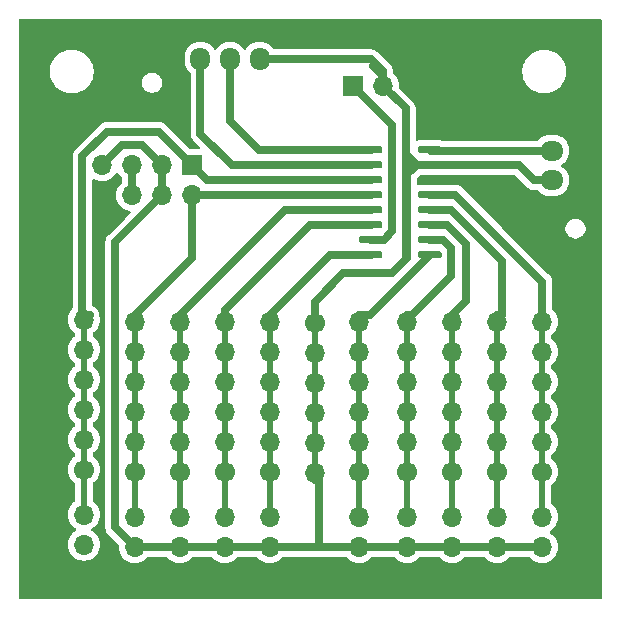
<source format=gtl>
%TF.GenerationSoftware,KiCad,Pcbnew,8.0.4-8.0.4-0~ubuntu24.04.1*%
%TF.CreationDate,2024-07-22T11:10:19+03:00*%
%TF.ProjectId,stripe_board,73747269-7065-45f6-926f-6172642e6b69,rev?*%
%TF.SameCoordinates,Original*%
%TF.FileFunction,Copper,L1,Top*%
%TF.FilePolarity,Positive*%
%FSLAX46Y46*%
G04 Gerber Fmt 4.6, Leading zero omitted, Abs format (unit mm)*
G04 Created by KiCad (PCBNEW 8.0.4-8.0.4-0~ubuntu24.04.1) date 2024-07-22 11:10:19*
%MOMM*%
%LPD*%
G01*
G04 APERTURE LIST*
%TA.AperFunction,EtchedComponent*%
%ADD10C,0.500000*%
%TD*%
%TA.AperFunction,ComponentPad*%
%ADD11R,1.700000X1.700000*%
%TD*%
%TA.AperFunction,ComponentPad*%
%ADD12O,1.700000X1.700000*%
%TD*%
%TA.AperFunction,ComponentPad*%
%ADD13C,1.700000*%
%TD*%
%TA.AperFunction,ComponentPad*%
%ADD14O,1.700000X1.950000*%
%TD*%
%TA.AperFunction,ComponentPad*%
%ADD15O,1.950000X1.700000*%
%TD*%
%TA.AperFunction,Conductor*%
%ADD16C,0.650000*%
%TD*%
%TA.AperFunction,Conductor*%
%ADD17C,0.500000*%
%TD*%
G04 APERTURE END LIST*
D10*
%TO.C,J1*%
X-2600985Y-33290330D02*
X-2600985Y-21590330D01*
%TO.C,J6*%
X32209015Y-33390330D02*
X32209015Y-21690330D01*
%TO.C,J3*%
X16759015Y-33410330D02*
X16759015Y-21710330D01*
%TO.C,J2*%
X36019015Y-33390330D02*
X36019015Y-21690330D01*
%TO.C,J8*%
X39829015Y-33390330D02*
X39829015Y-21690330D01*
%TO.C,J10*%
X9139015Y-33410330D02*
X9139015Y-21710330D01*
%TO.C,J9*%
X12949015Y-33410330D02*
X12949015Y-21710330D01*
%TO.C,J4*%
X24329015Y-33390330D02*
X24329015Y-21690330D01*
%TO.C,J5*%
X28399015Y-33390330D02*
X28399015Y-21690330D01*
%TO.C,J12*%
X1017034Y-33210440D02*
X1017034Y-21510440D01*
%TO.C,J18*%
X20619510Y-21790605D02*
X20619510Y-33490605D01*
%TO.C,J19*%
X43626733Y-33391247D02*
X43626733Y-21691247D01*
%TO.C,J11*%
X5329015Y-33410330D02*
X5329015Y-21710330D01*
%TD*%
D11*
%TO.P,J16,1,Pin_1*%
%TO.N,SWIO*%
X23819015Y-1200330D03*
D12*
%TO.P,J16,2,Pin_2*%
%TO.N,5V*%
X26359015Y-1200330D03*
%TO.P,J16,3,Pin_3*%
%TO.N,GND*%
X28899015Y-1200330D03*
%TD*%
D13*
%TO.P,J1,1,Pin_1*%
%TO.N,GND*%
X-2600985Y-33790330D03*
D12*
X-2600985Y-31250330D03*
X-2600985Y-28710330D03*
X-2600985Y-26170330D03*
X-2600985Y-23630330D03*
X-2600985Y-21090330D03*
%TD*%
D11*
%TO.P,Srv10,1,GND*%
%TO.N,GND*%
X1017034Y-42600440D03*
D12*
%TO.P,Srv10,2,5v*%
%TO.N,5V*%
X1017034Y-40060440D03*
%TO.P,Srv10,3,PWM*%
%TO.N,PWM1*%
X1017034Y-37520440D03*
%TD*%
%TO.P,J20,8,Pin_8*%
%TO.N,GND*%
X2579015Y-10465330D03*
%TO.P,J20,7,Pin_7*%
%TO.N,5V*%
X2579015Y-7925330D03*
%TO.P,J20,6,Pin_6*%
%TO.N,Net-(J20-Pin_5)*%
X5119015Y-10465330D03*
%TO.P,J20,5,Pin_5*%
X5119015Y-7925330D03*
%TO.P,J20,4,Pin_4*%
%TO.N,5V*%
X7659015Y-10465330D03*
%TO.P,J20,3,Pin_3*%
X7659015Y-7925330D03*
%TO.P,J20,2,Pin_2*%
%TO.N,PWM2*%
X10199015Y-10465330D03*
D11*
%TO.P,J20,1,Pin_1*%
%TO.N,PWM1*%
X10199015Y-7925330D03*
%TD*%
%TO.P,U1,1,PC1*%
%TO.N,SDA*%
%TA.AperFunction,SMDPad,CuDef*%
G36*
G01*
X24304015Y-6780330D02*
X24304015Y-6480330D01*
G75*
G02*
X24454015Y-6330330I150000J0D01*
G01*
X26154015Y-6330330D01*
G75*
G02*
X26304015Y-6480330I0J-150000D01*
G01*
X26304015Y-6780330D01*
G75*
G02*
X26154015Y-6930330I-150000J0D01*
G01*
X24454015Y-6930330D01*
G75*
G02*
X24304015Y-6780330I0J150000D01*
G01*
G37*
%TD.AperFunction*%
%TO.P,U1,2,PC2*%
%TO.N,SCL*%
%TA.AperFunction,SMDPad,CuDef*%
G36*
G01*
X24304015Y-8050330D02*
X24304015Y-7750330D01*
G75*
G02*
X24454015Y-7600330I150000J0D01*
G01*
X26154015Y-7600330D01*
G75*
G02*
X26304015Y-7750330I0J-150000D01*
G01*
X26304015Y-8050330D01*
G75*
G02*
X26154015Y-8200330I-150000J0D01*
G01*
X24454015Y-8200330D01*
G75*
G02*
X24304015Y-8050330I0J150000D01*
G01*
G37*
%TD.AperFunction*%
%TO.P,U1,3,PC3*%
%TO.N,PWM1*%
%TA.AperFunction,SMDPad,CuDef*%
G36*
G01*
X24304015Y-9320330D02*
X24304015Y-9020330D01*
G75*
G02*
X24454015Y-8870330I150000J0D01*
G01*
X26154015Y-8870330D01*
G75*
G02*
X26304015Y-9020330I0J-150000D01*
G01*
X26304015Y-9320330D01*
G75*
G02*
X26154015Y-9470330I-150000J0D01*
G01*
X24454015Y-9470330D01*
G75*
G02*
X24304015Y-9320330I0J150000D01*
G01*
G37*
%TD.AperFunction*%
%TO.P,U1,4,PC4*%
%TO.N,PWM2*%
%TA.AperFunction,SMDPad,CuDef*%
G36*
G01*
X24304015Y-10590330D02*
X24304015Y-10290330D01*
G75*
G02*
X24454015Y-10140330I150000J0D01*
G01*
X26154015Y-10140330D01*
G75*
G02*
X26304015Y-10290330I0J-150000D01*
G01*
X26304015Y-10590330D01*
G75*
G02*
X26154015Y-10740330I-150000J0D01*
G01*
X24454015Y-10740330D01*
G75*
G02*
X24304015Y-10590330I0J150000D01*
G01*
G37*
%TD.AperFunction*%
%TO.P,U1,5,PC6*%
%TO.N,/PC5*%
%TA.AperFunction,SMDPad,CuDef*%
G36*
G01*
X24304015Y-11860330D02*
X24304015Y-11560330D01*
G75*
G02*
X24454015Y-11410330I150000J0D01*
G01*
X26154015Y-11410330D01*
G75*
G02*
X26304015Y-11560330I0J-150000D01*
G01*
X26304015Y-11860330D01*
G75*
G02*
X26154015Y-12010330I-150000J0D01*
G01*
X24454015Y-12010330D01*
G75*
G02*
X24304015Y-11860330I0J150000D01*
G01*
G37*
%TD.AperFunction*%
%TO.P,U1,6,PC7*%
%TO.N,/PC7*%
%TA.AperFunction,SMDPad,CuDef*%
G36*
G01*
X24304015Y-13130330D02*
X24304015Y-12830330D01*
G75*
G02*
X24454015Y-12680330I150000J0D01*
G01*
X26154015Y-12680330D01*
G75*
G02*
X26304015Y-12830330I0J-150000D01*
G01*
X26304015Y-13130330D01*
G75*
G02*
X26154015Y-13280330I-150000J0D01*
G01*
X24454015Y-13280330D01*
G75*
G02*
X24304015Y-13130330I0J150000D01*
G01*
G37*
%TD.AperFunction*%
%TO.P,U1,7,PD1*%
%TO.N,SWIO*%
%TA.AperFunction,SMDPad,CuDef*%
G36*
G01*
X24304015Y-14400330D02*
X24304015Y-14100330D01*
G75*
G02*
X24454015Y-13950330I150000J0D01*
G01*
X26154015Y-13950330D01*
G75*
G02*
X26304015Y-14100330I0J-150000D01*
G01*
X26304015Y-14400330D01*
G75*
G02*
X26154015Y-14550330I-150000J0D01*
G01*
X24454015Y-14550330D01*
G75*
G02*
X24304015Y-14400330I0J150000D01*
G01*
G37*
%TD.AperFunction*%
%TO.P,U1,8,PD4*%
%TO.N,/PD4*%
%TA.AperFunction,SMDPad,CuDef*%
G36*
G01*
X24304015Y-15670330D02*
X24304015Y-15370330D01*
G75*
G02*
X24454015Y-15220330I150000J0D01*
G01*
X26154015Y-15220330D01*
G75*
G02*
X26304015Y-15370330I0J-150000D01*
G01*
X26304015Y-15670330D01*
G75*
G02*
X26154015Y-15820330I-150000J0D01*
G01*
X24454015Y-15820330D01*
G75*
G02*
X24304015Y-15670330I0J150000D01*
G01*
G37*
%TD.AperFunction*%
%TO.P,U1,9,PD5*%
%TO.N,/PD5*%
%TA.AperFunction,SMDPad,CuDef*%
G36*
G01*
X29304015Y-15670330D02*
X29304015Y-15370330D01*
G75*
G02*
X29454015Y-15220330I150000J0D01*
G01*
X31154015Y-15220330D01*
G75*
G02*
X31304015Y-15370330I0J-150000D01*
G01*
X31304015Y-15670330D01*
G75*
G02*
X31154015Y-15820330I-150000J0D01*
G01*
X29454015Y-15820330D01*
G75*
G02*
X29304015Y-15670330I0J150000D01*
G01*
G37*
%TD.AperFunction*%
%TO.P,U1,10,PD6*%
%TO.N,/PD6*%
%TA.AperFunction,SMDPad,CuDef*%
G36*
G01*
X29304015Y-14400330D02*
X29304015Y-14100330D01*
G75*
G02*
X29454015Y-13950330I150000J0D01*
G01*
X31154015Y-13950330D01*
G75*
G02*
X31304015Y-14100330I0J-150000D01*
G01*
X31304015Y-14400330D01*
G75*
G02*
X31154015Y-14550330I-150000J0D01*
G01*
X29454015Y-14550330D01*
G75*
G02*
X29304015Y-14400330I0J150000D01*
G01*
G37*
%TD.AperFunction*%
%TO.P,U1,11,PD7*%
%TO.N,/PD7*%
%TA.AperFunction,SMDPad,CuDef*%
G36*
G01*
X29304015Y-13130330D02*
X29304015Y-12830330D01*
G75*
G02*
X29454015Y-12680330I150000J0D01*
G01*
X31154015Y-12680330D01*
G75*
G02*
X31304015Y-12830330I0J-150000D01*
G01*
X31304015Y-13130330D01*
G75*
G02*
X31154015Y-13280330I-150000J0D01*
G01*
X29454015Y-13280330D01*
G75*
G02*
X29304015Y-13130330I0J150000D01*
G01*
G37*
%TD.AperFunction*%
%TO.P,U1,12,PA1*%
%TO.N,/PA1*%
%TA.AperFunction,SMDPad,CuDef*%
G36*
G01*
X29304015Y-11860330D02*
X29304015Y-11560330D01*
G75*
G02*
X29454015Y-11410330I150000J0D01*
G01*
X31154015Y-11410330D01*
G75*
G02*
X31304015Y-11560330I0J-150000D01*
G01*
X31304015Y-11860330D01*
G75*
G02*
X31154015Y-12010330I-150000J0D01*
G01*
X29454015Y-12010330D01*
G75*
G02*
X29304015Y-11860330I0J150000D01*
G01*
G37*
%TD.AperFunction*%
%TO.P,U1,13,PA2*%
%TO.N,/PA2*%
%TA.AperFunction,SMDPad,CuDef*%
G36*
G01*
X29304015Y-10590330D02*
X29304015Y-10290330D01*
G75*
G02*
X29454015Y-10140330I150000J0D01*
G01*
X31154015Y-10140330D01*
G75*
G02*
X31304015Y-10290330I0J-150000D01*
G01*
X31304015Y-10590330D01*
G75*
G02*
X31154015Y-10740330I-150000J0D01*
G01*
X29454015Y-10740330D01*
G75*
G02*
X29304015Y-10590330I0J150000D01*
G01*
G37*
%TD.AperFunction*%
%TO.P,U1,14,VSS*%
%TO.N,GND*%
%TA.AperFunction,SMDPad,CuDef*%
G36*
G01*
X29304015Y-9320330D02*
X29304015Y-9020330D01*
G75*
G02*
X29454015Y-8870330I150000J0D01*
G01*
X31154015Y-8870330D01*
G75*
G02*
X31304015Y-9020330I0J-150000D01*
G01*
X31304015Y-9320330D01*
G75*
G02*
X31154015Y-9470330I-150000J0D01*
G01*
X29454015Y-9470330D01*
G75*
G02*
X29304015Y-9320330I0J150000D01*
G01*
G37*
%TD.AperFunction*%
%TO.P,U1,15,VDD*%
%TO.N,5V*%
%TA.AperFunction,SMDPad,CuDef*%
G36*
G01*
X29304015Y-8050330D02*
X29304015Y-7750330D01*
G75*
G02*
X29454015Y-7600330I150000J0D01*
G01*
X31154015Y-7600330D01*
G75*
G02*
X31304015Y-7750330I0J-150000D01*
G01*
X31304015Y-8050330D01*
G75*
G02*
X31154015Y-8200330I-150000J0D01*
G01*
X29454015Y-8200330D01*
G75*
G02*
X29304015Y-8050330I0J150000D01*
G01*
G37*
%TD.AperFunction*%
%TO.P,U1,16,PC0*%
%TO.N,RC_IN*%
%TA.AperFunction,SMDPad,CuDef*%
G36*
G01*
X29304015Y-6780330D02*
X29304015Y-6480330D01*
G75*
G02*
X29454015Y-6330330I150000J0D01*
G01*
X31154015Y-6330330D01*
G75*
G02*
X31304015Y-6480330I0J-150000D01*
G01*
X31304015Y-6780330D01*
G75*
G02*
X31154015Y-6930330I-150000J0D01*
G01*
X29454015Y-6930330D01*
G75*
G02*
X29304015Y-6780330I0J150000D01*
G01*
G37*
%TD.AperFunction*%
%TD*%
D13*
%TO.P,J6,1,Pin_1*%
%TO.N,/PD7*%
X32209015Y-33890330D03*
D12*
X32209015Y-31350330D03*
X32209015Y-28810330D03*
X32209015Y-26270330D03*
X32209015Y-23730330D03*
X32209015Y-21190330D03*
%TD*%
D14*
%TO.P,J17,4,Pin_4*%
%TO.N,5V*%
X15899015Y1049670D03*
%TO.P,J17,3,Pin_3*%
%TO.N,SDA*%
X13399015Y1049670D03*
%TO.P,J17,2,Pin_2*%
%TO.N,SCL*%
X10899015Y1049670D03*
%TO.P,J17,1,Pin_1*%
%TO.N,GND*%
%TA.AperFunction,ComponentPad*%
G36*
G01*
X7549015Y324670D02*
X7549015Y1774670D01*
G75*
G02*
X7799015Y2024670I250000J0D01*
G01*
X8999015Y2024670D01*
G75*
G02*
X9249015Y1774670I0J-250000D01*
G01*
X9249015Y324670D01*
G75*
G02*
X8999015Y74670I-250000J0D01*
G01*
X7799015Y74670D01*
G75*
G02*
X7549015Y324670I0J250000D01*
G01*
G37*
%TD.AperFunction*%
%TD*%
D11*
%TO.P,Srv7,1,GND*%
%TO.N,GND*%
X36019015Y-42780330D03*
D12*
%TO.P,Srv7,2,5v*%
%TO.N,5V*%
X36019015Y-40240330D03*
%TO.P,Srv7,3,PWM*%
%TO.N,/PA1*%
X36019015Y-37700330D03*
%TD*%
D11*
%TO.P,Srv9,1,GND*%
%TO.N,GND*%
X5329015Y-42800330D03*
D12*
%TO.P,Srv9,2,5v*%
%TO.N,5V*%
X5329015Y-40260330D03*
%TO.P,Srv9,3,PWM*%
%TO.N,PWM2*%
X5329015Y-37720330D03*
%TD*%
D13*
%TO.P,J3,1,Pin_1*%
%TO.N,/PD4*%
X16759015Y-33910330D03*
D12*
X16759015Y-31370330D03*
X16759015Y-28830330D03*
X16759015Y-26290330D03*
X16759015Y-23750330D03*
X16759015Y-21210330D03*
%TD*%
D13*
%TO.P,J2,1,Pin_1*%
%TO.N,/PA1*%
X36019015Y-33890330D03*
D12*
X36019015Y-31350330D03*
X36019015Y-28810330D03*
X36019015Y-26270330D03*
X36019015Y-23730330D03*
X36019015Y-21190330D03*
%TD*%
D13*
%TO.P,J8,1,Pin_1*%
%TO.N,/PA2*%
X39829015Y-33890330D03*
D12*
X39829015Y-31350330D03*
X39829015Y-28810330D03*
X39829015Y-26270330D03*
X39829015Y-23730330D03*
X39829015Y-21190330D03*
%TD*%
D13*
%TO.P,J10,1,Pin_1*%
%TO.N,/PC5*%
X9139015Y-33910330D03*
D12*
X9139015Y-31370330D03*
X9139015Y-28830330D03*
X9139015Y-26290330D03*
X9139015Y-23750330D03*
X9139015Y-21210330D03*
%TD*%
D13*
%TO.P,J9,1,Pin_1*%
%TO.N,/PC7*%
X12949015Y-33910330D03*
D12*
X12949015Y-31370330D03*
X12949015Y-28830330D03*
X12949015Y-26290330D03*
X12949015Y-23750330D03*
X12949015Y-21210330D03*
%TD*%
D11*
%TO.P,Srv1,1,GND*%
%TO.N,GND*%
X32209015Y-42780330D03*
D12*
%TO.P,Srv1,2,5v*%
%TO.N,5V*%
X32209015Y-40240330D03*
%TO.P,Srv1,3,PWM*%
%TO.N,/PD7*%
X32209015Y-37700330D03*
%TD*%
D13*
%TO.P,J4,1,Pin_1*%
%TO.N,/PD5*%
X24329015Y-33890330D03*
D12*
X24329015Y-31350330D03*
X24329015Y-28810330D03*
X24329015Y-26270330D03*
X24329015Y-23730330D03*
X24329015Y-21190330D03*
%TD*%
D11*
%TO.P,Srv6,1,GND*%
%TO.N,GND*%
X9139015Y-42800330D03*
D12*
%TO.P,Srv6,2,5v*%
%TO.N,5V*%
X9139015Y-40260330D03*
%TO.P,Srv6,3,PWM*%
%TO.N,/PC5*%
X9139015Y-37720330D03*
%TD*%
D13*
%TO.P,J5,1,Pin_1*%
%TO.N,/PD6*%
X28399015Y-33890330D03*
D12*
X28399015Y-31350330D03*
X28399015Y-28810330D03*
X28399015Y-26270330D03*
X28399015Y-23730330D03*
X28399015Y-21190330D03*
%TD*%
D13*
%TO.P,J12,1,Pin_1*%
%TO.N,PWM1*%
X1017034Y-33710440D03*
D12*
X1017034Y-31170440D03*
X1017034Y-28630440D03*
X1017034Y-26090440D03*
X1017034Y-23550440D03*
X1017034Y-21010440D03*
%TD*%
D11*
%TO.P,Srv8,1,GND*%
%TO.N,GND*%
X39829015Y-42780330D03*
D12*
%TO.P,Srv8,2,5v*%
%TO.N,5V*%
X39829015Y-40240330D03*
%TO.P,Srv8,3,PWM*%
%TO.N,/PA2*%
X39829015Y-37700330D03*
%TD*%
D11*
%TO.P,Srv4,1,GND*%
%TO.N,GND*%
X16759015Y-42800330D03*
D12*
%TO.P,Srv4,2,5v*%
%TO.N,5V*%
X16759015Y-40260330D03*
%TO.P,Srv4,3,PWM*%
%TO.N,/PD4*%
X16759015Y-37720330D03*
%TD*%
D13*
%TO.P,J18,1,Pin_1*%
%TO.N,5V*%
X20619510Y-21290605D03*
D12*
X20619510Y-23830605D03*
X20619510Y-26370605D03*
X20619510Y-28910605D03*
X20619510Y-31450605D03*
X20619510Y-33990605D03*
%TD*%
D11*
%TO.P,Srv2,1,GND*%
%TO.N,GND*%
X28399015Y-42780330D03*
D12*
%TO.P,Srv2,2,5v*%
%TO.N,5V*%
X28399015Y-40240330D03*
%TO.P,Srv2,3,PWM*%
%TO.N,/PD6*%
X28399015Y-37700330D03*
%TD*%
D13*
%TO.P,J19,1,Pin_1*%
%TO.N,GND*%
X43626733Y-33891247D03*
D12*
X43626733Y-31351247D03*
X43626733Y-28811247D03*
X43626733Y-26271247D03*
X43626733Y-23731247D03*
X43626733Y-21191247D03*
%TD*%
D13*
%TO.P,J11,1,Pin_1*%
%TO.N,PWM2*%
X5329015Y-33910330D03*
D12*
X5329015Y-31370330D03*
X5329015Y-28830330D03*
X5329015Y-26290330D03*
X5329015Y-23750330D03*
X5329015Y-21210330D03*
%TD*%
%TO.P,J13,1,Pin_1*%
%TO.N,GND*%
%TA.AperFunction,ComponentPad*%
G36*
G01*
X41374015Y-12550330D02*
X39924015Y-12550330D01*
G75*
G02*
X39674015Y-12300330I0J250000D01*
G01*
X39674015Y-11100330D01*
G75*
G02*
X39924015Y-10850330I250000J0D01*
G01*
X41374015Y-10850330D01*
G75*
G02*
X41624015Y-11100330I0J-250000D01*
G01*
X41624015Y-12300330D01*
G75*
G02*
X41374015Y-12550330I-250000J0D01*
G01*
G37*
%TD.AperFunction*%
D15*
%TO.P,J13,2,Pin_2*%
%TO.N,5V*%
X40649015Y-9200330D03*
%TO.P,J13,3,Pin_3*%
%TO.N,RC_IN*%
X40649015Y-6700330D03*
%TD*%
D11*
%TO.P,Srv5,1,GND*%
%TO.N,GND*%
X12949015Y-42800330D03*
D12*
%TO.P,Srv5,2,5v*%
%TO.N,5V*%
X12949015Y-40260330D03*
%TO.P,Srv5,3,PWM*%
%TO.N,/PC7*%
X12949015Y-37720330D03*
%TD*%
D11*
%TO.P,Srv3,1,GND*%
%TO.N,GND*%
X24329015Y-42780330D03*
D12*
%TO.P,Srv3,2,5v*%
%TO.N,5V*%
X24329015Y-40240330D03*
%TO.P,Srv3,3,PWM*%
%TO.N,/PD5*%
X24329015Y-37700330D03*
%TD*%
D16*
%TO.N,5V*%
X28279015Y-7900330D02*
X28279015Y-15678984D01*
X28279015Y-6988344D02*
X28279015Y-7900330D01*
X28279015Y-7900330D02*
X30304015Y-7900330D01*
X28279015Y-15678984D02*
X28399015Y-15798984D01*
X29191001Y-7900330D02*
X28399015Y-8692316D01*
X22999015Y-17100330D02*
X20619510Y-19479835D01*
X28399015Y-15798984D02*
X27097669Y-17100330D01*
X27097669Y-17100330D02*
X22999015Y-17100330D01*
X20619510Y-19479835D02*
X20619510Y-20715605D01*
X26359015Y-1200330D02*
X26359015Y1751D01*
X26359015Y1751D02*
X25311096Y1049670D01*
X25311096Y1049670D02*
X15899015Y1049670D01*
%TO.N,SCL*%
X13524015Y-7900330D02*
X10899015Y-5275330D01*
X10899015Y-5275330D02*
X10899015Y1049670D01*
%TO.N,SDA*%
X15829015Y-6630330D02*
X13399015Y-4200330D01*
X13399015Y-4200330D02*
X13399015Y1049670D01*
%TO.N,5V*%
X40649015Y-9200330D02*
X39149015Y-9200330D01*
X39149015Y-9200330D02*
X37849015Y-7900330D01*
X37849015Y-7900330D02*
X30304015Y-7900330D01*
%TO.N,RC_IN*%
X40649015Y-6700330D02*
X30374015Y-6700330D01*
X30374015Y-6700330D02*
X30304015Y-6630330D01*
%TO.N,SWIO*%
X27129015Y-13538344D02*
X27129015Y-4510330D01*
X27129015Y-4510330D02*
X23819015Y-1200330D01*
%TO.N,5V*%
X26359015Y-1200330D02*
X26359015Y-390330D01*
X26359015Y-390330D02*
X25494015Y474670D01*
X28279015Y-6988344D02*
X28279015Y-3120330D01*
X28279015Y-3120330D02*
X26359015Y-1200330D01*
X31467029Y-7950330D02*
X31417029Y-7900330D01*
X20899015Y-40240330D02*
X20399015Y-40240330D01*
X20899015Y-34565605D02*
X20619510Y-34565605D01*
X24329015Y-40240330D02*
X20899015Y-40240330D01*
X20899015Y-40240330D02*
X20899015Y-34565605D01*
%TO.N,Net-(J20-Pin_5)*%
X5119015Y-7925330D02*
X5119015Y-10465330D01*
%TO.N,5V*%
X36019015Y-40240330D02*
X39829015Y-40240330D01*
X32209015Y-40240330D02*
X36019015Y-40240330D01*
X28399015Y-40240330D02*
X32209015Y-40240330D01*
X24329015Y-40240330D02*
X28399015Y-40240330D01*
%TO.N,/PC5*%
X25304015Y-11710330D02*
X18064015Y-11710330D01*
X18064015Y-11710330D02*
X9139015Y-20635330D01*
%TO.N,/PC7*%
X25304015Y-12980330D02*
X20158735Y-12980330D01*
X20158735Y-12980330D02*
X12949015Y-20190050D01*
X12949015Y-20190050D02*
X12949015Y-20635330D01*
%TO.N,5V*%
X7659015Y-10465330D02*
X3654015Y-14470330D01*
X3654015Y-14470330D02*
X3654015Y-38585330D01*
X3654015Y-38585330D02*
X5329015Y-40260330D01*
%TO.N,PWM1*%
X904015Y-17200330D02*
X904015Y-20020330D01*
X904015Y-7195330D02*
X904015Y-17200330D01*
X904015Y-17200330D02*
X904015Y-20465610D01*
X904015Y-20465610D02*
X1073735Y-20635330D01*
X1073735Y-20635330D02*
X1519015Y-20635330D01*
X10199015Y-7925330D02*
X7374015Y-5100330D01*
X7374015Y-5100330D02*
X2999015Y-5100330D01*
X2999015Y-5100330D02*
X904015Y-7195330D01*
%TO.N,5V*%
X7659015Y-7925330D02*
X5984015Y-6250330D01*
X4254015Y-6250330D02*
X2579015Y-7925330D01*
X5984015Y-6250330D02*
X4254015Y-6250330D01*
X7659015Y-10465330D02*
X7659015Y-7925330D01*
X6399015Y-40260330D02*
X5329015Y-40260330D01*
X9139015Y-40260330D02*
X6399015Y-40260330D01*
X12949015Y-40260330D02*
X9139015Y-40260330D01*
X16759015Y-40260330D02*
X12949015Y-40260330D01*
%TO.N,SDA*%
X15829015Y-6630330D02*
X25304015Y-6630330D01*
%TO.N,SCL*%
X25304015Y-7900330D02*
X13524015Y-7900330D01*
%TO.N,PWM2*%
X10199015Y-10465330D02*
X10199015Y-15765330D01*
X10199015Y-15765330D02*
X5329015Y-20635330D01*
X25304015Y-10440330D02*
X10224015Y-10440330D01*
X10224015Y-10440330D02*
X10199015Y-10465330D01*
%TO.N,PWM1*%
X25304015Y-9170330D02*
X11444015Y-9170330D01*
X11444015Y-9170330D02*
X10199015Y-7925330D01*
%TO.N,5V*%
X30304015Y-7900330D02*
X31417029Y-7900330D01*
X29191001Y-7900330D02*
X28279015Y-6988344D01*
%TO.N,SWIO*%
X25304015Y-14250330D02*
X26417029Y-14250330D01*
X26417029Y-14250330D02*
X27129015Y-13538344D01*
%TO.N,/PD4*%
X25304015Y-15520330D02*
X21874015Y-15520330D01*
X21874015Y-15520330D02*
X16759015Y-20635330D01*
%TO.N,5V*%
X30304015Y-7900330D02*
X29191001Y-7900330D01*
X20399015Y-40240330D02*
X16779015Y-40240330D01*
X16779015Y-40240330D02*
X16759015Y-40260330D01*
%TO.N,/PA2*%
X30304015Y-10440330D02*
X32486067Y-10440330D01*
X32486067Y-10440330D02*
X39829015Y-17783278D01*
X39829015Y-17783278D02*
X39829015Y-20615330D01*
%TO.N,/PA1*%
X30304015Y-11710330D02*
X32129721Y-11710330D01*
X32129721Y-11710330D02*
X36464295Y-16044904D01*
X36464295Y-16044904D02*
X36464295Y-20615330D01*
X36464295Y-20615330D02*
X36019015Y-20615330D01*
%TO.N,/PD7*%
X30304015Y-12980330D02*
X31773375Y-12980330D01*
X33399015Y-14605970D02*
X33399015Y-19425330D01*
X31773375Y-12980330D02*
X33399015Y-14605970D01*
X33399015Y-19425330D02*
X32209015Y-20615330D01*
%TO.N,/PD6*%
X30304015Y-14250330D02*
X31417029Y-14250330D01*
X31417029Y-14250330D02*
X32129015Y-14962316D01*
X32129015Y-14962316D02*
X32129015Y-17330610D01*
X32129015Y-17330610D02*
X28844295Y-20615330D01*
X28844295Y-20615330D02*
X28399015Y-20615330D01*
%TO.N,/PD5*%
X30304015Y-15520330D02*
X25209015Y-20615330D01*
X25209015Y-20615330D02*
X24329015Y-20615330D01*
D17*
%TO.N,PWM2*%
X5329015Y-37720330D02*
X5329015Y-34110330D01*
%TO.N,/PC7*%
X12949015Y-37720330D02*
X12949015Y-34110330D01*
%TO.N,/PC5*%
X9139015Y-37720330D02*
X9139015Y-34110330D01*
%TO.N,PWM1*%
X1017034Y-37520440D02*
X1017034Y-33910440D01*
%TO.N,/PD7*%
X32209015Y-37700330D02*
X32209015Y-34090330D01*
%TO.N,/PD6*%
X28399015Y-37700330D02*
X28399015Y-34090330D01*
%TO.N,/PA1*%
X36019015Y-37700330D02*
X36019015Y-34090330D01*
%TO.N,/PD5*%
X24329015Y-37700330D02*
X24329015Y-34090330D01*
%TO.N,/PA2*%
X39829015Y-37700330D02*
X39829015Y-34090330D01*
%TO.N,/PD4*%
X16759015Y-37720330D02*
X16759015Y-34110330D01*
D16*
%TO.N,5V*%
X28399015Y-8692316D02*
X28399015Y-15798984D01*
%TD*%
%TA.AperFunction,Conductor*%
%TO.N,GND*%
G36*
X44841554Y4449985D02*
G01*
X44887309Y4397181D01*
X44898515Y4345670D01*
X44898515Y-44575830D01*
X44878830Y-44642869D01*
X44826026Y-44688624D01*
X44774515Y-44699830D01*
X-4375500Y-44699830D01*
X-4442539Y-44680145D01*
X-4488294Y-44627341D01*
X-4499500Y-44575830D01*
X-4499500Y-21010440D01*
X-338625Y-21010440D01*
X-318029Y-21245848D01*
X-256869Y-21474103D01*
X-157001Y-21688270D01*
X-21461Y-21881841D01*
X62085Y-21965387D01*
X145629Y-22048932D01*
X145632Y-22048934D01*
X145633Y-22048935D01*
X213657Y-22096565D01*
X257282Y-22151141D01*
X266534Y-22198140D01*
X266534Y-22362738D01*
X246849Y-22429777D01*
X213659Y-22464312D01*
X145629Y-22511947D01*
X-21460Y-22679037D01*
X-147419Y-22858927D01*
X-157001Y-22872611D01*
X-256869Y-23086777D01*
X-318029Y-23315032D01*
X-338625Y-23550440D01*
X-318029Y-23785848D01*
X-256869Y-24014103D01*
X-157001Y-24228270D01*
X-21461Y-24421841D01*
X62085Y-24505387D01*
X145629Y-24588932D01*
X145632Y-24588934D01*
X145633Y-24588935D01*
X213657Y-24636565D01*
X257282Y-24691141D01*
X266534Y-24738140D01*
X266534Y-24902738D01*
X246849Y-24969777D01*
X213659Y-25004312D01*
X145629Y-25051947D01*
X-21460Y-25219037D01*
X-147419Y-25398927D01*
X-157001Y-25412611D01*
X-256869Y-25626777D01*
X-318029Y-25855032D01*
X-338625Y-26090440D01*
X-318029Y-26325848D01*
X-256869Y-26554103D01*
X-157001Y-26768270D01*
X-21461Y-26961841D01*
X62085Y-27045387D01*
X145629Y-27128932D01*
X145632Y-27128934D01*
X145633Y-27128935D01*
X213657Y-27176565D01*
X257282Y-27231141D01*
X266534Y-27278140D01*
X266534Y-27442738D01*
X246849Y-27509777D01*
X213659Y-27544312D01*
X145629Y-27591947D01*
X-21460Y-27759037D01*
X-147419Y-27938927D01*
X-157001Y-27952611D01*
X-256869Y-28166777D01*
X-318029Y-28395032D01*
X-338625Y-28630440D01*
X-318029Y-28865848D01*
X-256869Y-29094103D01*
X-157001Y-29308270D01*
X-21461Y-29501841D01*
X62085Y-29585387D01*
X145629Y-29668932D01*
X145632Y-29668934D01*
X145633Y-29668935D01*
X213657Y-29716565D01*
X257282Y-29771141D01*
X266534Y-29818140D01*
X266534Y-29982738D01*
X246849Y-30049777D01*
X213659Y-30084312D01*
X145629Y-30131947D01*
X-21460Y-30299037D01*
X-147419Y-30478927D01*
X-157001Y-30492611D01*
X-256869Y-30706777D01*
X-318029Y-30935032D01*
X-338625Y-31170440D01*
X-318029Y-31405848D01*
X-256869Y-31634103D01*
X-157001Y-31848270D01*
X-21461Y-32041841D01*
X62085Y-32125387D01*
X145629Y-32208932D01*
X145632Y-32208934D01*
X145633Y-32208935D01*
X213657Y-32256565D01*
X257282Y-32311141D01*
X266534Y-32358140D01*
X266534Y-32522738D01*
X246849Y-32589777D01*
X213659Y-32624312D01*
X145629Y-32671947D01*
X-21460Y-32839037D01*
X-147419Y-33018927D01*
X-157001Y-33032611D01*
X-256869Y-33246777D01*
X-318029Y-33475032D01*
X-338625Y-33710440D01*
X-318029Y-33945848D01*
X-256869Y-34174103D01*
X-157001Y-34388270D01*
X-21461Y-34581841D01*
X62085Y-34665387D01*
X145629Y-34748932D01*
X145632Y-34748934D01*
X145633Y-34748935D01*
X213657Y-34796565D01*
X257282Y-34851141D01*
X266534Y-34898140D01*
X266534Y-36332738D01*
X246849Y-36399777D01*
X213659Y-36434312D01*
X145629Y-36481947D01*
X-21460Y-36649037D01*
X-147419Y-36828927D01*
X-157001Y-36842611D01*
X-256869Y-37056777D01*
X-318029Y-37285032D01*
X-338625Y-37520440D01*
X-318029Y-37755848D01*
X-256869Y-37984103D01*
X-157001Y-38198270D01*
X-21461Y-38391841D01*
X90723Y-38504025D01*
X145631Y-38558933D01*
X145637Y-38558938D01*
X331192Y-38688865D01*
X374817Y-38743442D01*
X382011Y-38812940D01*
X350488Y-38875295D01*
X331192Y-38892015D01*
X145631Y-39021945D01*
X-21460Y-39189037D01*
X-150101Y-39372757D01*
X-157001Y-39382611D01*
X-256869Y-39596777D01*
X-318029Y-39825032D01*
X-338625Y-40060440D01*
X-318029Y-40295848D01*
X-256869Y-40524103D01*
X-157001Y-40738270D01*
X-21461Y-40931841D01*
X145633Y-41098935D01*
X242418Y-41166705D01*
X339199Y-41234472D01*
X339201Y-41234473D01*
X339204Y-41234475D01*
X553371Y-41334343D01*
X781626Y-41395503D01*
X969952Y-41411979D01*
X1017033Y-41416099D01*
X1017034Y-41416099D01*
X1017035Y-41416099D01*
X1056268Y-41412666D01*
X1252442Y-41395503D01*
X1480697Y-41334343D01*
X1694864Y-41234475D01*
X1888435Y-41098935D01*
X2055529Y-40931841D01*
X2191069Y-40738270D01*
X2290937Y-40524103D01*
X2352097Y-40295848D01*
X2372693Y-40060440D01*
X2352097Y-39825032D01*
X2290937Y-39596777D01*
X2191069Y-39382611D01*
X2184170Y-39372757D01*
X2055528Y-39189037D01*
X1888436Y-39021946D01*
X1888430Y-39021941D01*
X1702876Y-38892015D01*
X1659251Y-38837438D01*
X1652057Y-38767940D01*
X1683580Y-38705585D01*
X1702876Y-38688865D01*
X1841596Y-38591732D01*
X1888435Y-38558935D01*
X2055529Y-38391841D01*
X2191069Y-38198270D01*
X2290937Y-37984103D01*
X2352097Y-37755848D01*
X2372693Y-37520440D01*
X2352097Y-37285032D01*
X2290937Y-37056777D01*
X2191069Y-36842611D01*
X2181488Y-36828927D01*
X2055528Y-36649037D01*
X1888438Y-36481947D01*
X1820409Y-36434312D01*
X1776785Y-36379734D01*
X1767534Y-36332738D01*
X1767534Y-34898140D01*
X1787219Y-34831101D01*
X1820409Y-34796566D01*
X1888435Y-34748935D01*
X2055529Y-34581841D01*
X2191069Y-34388270D01*
X2290937Y-34174103D01*
X2352097Y-33945848D01*
X2372693Y-33710440D01*
X2352097Y-33475032D01*
X2290937Y-33246777D01*
X2191069Y-33032611D01*
X2181488Y-33018927D01*
X2055528Y-32839037D01*
X1888438Y-32671947D01*
X1820409Y-32624312D01*
X1776785Y-32569734D01*
X1767534Y-32522738D01*
X1767534Y-32358140D01*
X1787219Y-32291101D01*
X1820409Y-32256566D01*
X1888435Y-32208935D01*
X2055529Y-32041841D01*
X2191069Y-31848270D01*
X2290937Y-31634103D01*
X2352097Y-31405848D01*
X2372693Y-31170440D01*
X2352097Y-30935032D01*
X2290937Y-30706777D01*
X2191069Y-30492611D01*
X2181488Y-30478927D01*
X2055528Y-30299037D01*
X1888438Y-30131947D01*
X1820409Y-30084312D01*
X1776785Y-30029734D01*
X1767534Y-29982738D01*
X1767534Y-29818140D01*
X1787219Y-29751101D01*
X1820409Y-29716566D01*
X1888435Y-29668935D01*
X2055529Y-29501841D01*
X2191069Y-29308270D01*
X2290937Y-29094103D01*
X2352097Y-28865848D01*
X2372693Y-28630440D01*
X2352097Y-28395032D01*
X2290937Y-28166777D01*
X2191069Y-27952611D01*
X2181488Y-27938927D01*
X2055528Y-27759037D01*
X1888438Y-27591947D01*
X1820409Y-27544312D01*
X1776785Y-27489734D01*
X1767534Y-27442738D01*
X1767534Y-27278140D01*
X1787219Y-27211101D01*
X1820409Y-27176566D01*
X1888435Y-27128935D01*
X2055529Y-26961841D01*
X2191069Y-26768270D01*
X2290937Y-26554103D01*
X2352097Y-26325848D01*
X2372693Y-26090440D01*
X2352097Y-25855032D01*
X2290937Y-25626777D01*
X2191069Y-25412611D01*
X2181488Y-25398927D01*
X2055528Y-25219037D01*
X1888438Y-25051947D01*
X1820409Y-25004312D01*
X1776785Y-24949734D01*
X1767534Y-24902738D01*
X1767534Y-24738140D01*
X1787219Y-24671101D01*
X1820409Y-24636566D01*
X1888435Y-24588935D01*
X2055529Y-24421841D01*
X2191069Y-24228270D01*
X2290937Y-24014103D01*
X2352097Y-23785848D01*
X2372693Y-23550440D01*
X2352097Y-23315032D01*
X2290937Y-23086777D01*
X2191069Y-22872611D01*
X2181488Y-22858927D01*
X2055528Y-22679037D01*
X1888438Y-22511947D01*
X1820409Y-22464312D01*
X1776785Y-22409734D01*
X1767534Y-22362738D01*
X1767534Y-22198140D01*
X1787219Y-22131101D01*
X1820409Y-22096566D01*
X1888435Y-22048935D01*
X2055529Y-21881841D01*
X2191069Y-21688270D01*
X2290937Y-21474103D01*
X2352097Y-21245848D01*
X2372693Y-21010440D01*
X2352097Y-20775032D01*
X2348187Y-20760440D01*
X2345097Y-20722728D01*
X2344515Y-20722728D01*
X2344515Y-20554022D01*
X2312792Y-20394546D01*
X2312791Y-20394545D01*
X2312791Y-20394541D01*
X2312789Y-20394536D01*
X2250564Y-20244310D01*
X2250562Y-20244306D01*
X2160226Y-20109109D01*
X2160220Y-20109101D01*
X2045243Y-19994124D01*
X2045235Y-19994118D01*
X1910037Y-19903782D01*
X1806062Y-19860714D01*
X1751659Y-19816873D01*
X1729594Y-19750578D01*
X1729515Y-19746153D01*
X1729515Y-9213955D01*
X1749200Y-9146916D01*
X1802004Y-9101161D01*
X1871162Y-9091217D01*
X1905920Y-9101573D01*
X2115352Y-9199233D01*
X2343607Y-9260393D01*
X2520049Y-9275830D01*
X2579014Y-9280989D01*
X2579015Y-9280989D01*
X2579016Y-9280989D01*
X2637981Y-9275830D01*
X2814423Y-9260393D01*
X3042678Y-9199233D01*
X3256845Y-9099365D01*
X3450416Y-8963825D01*
X3617510Y-8796731D01*
X3747440Y-8611172D01*
X3802017Y-8567547D01*
X3871515Y-8560353D01*
X3933870Y-8591876D01*
X3950590Y-8611172D01*
X4080516Y-8796726D01*
X4080521Y-8796732D01*
X4247607Y-8963819D01*
X4249209Y-8965163D01*
X4249722Y-8965934D01*
X4251442Y-8967654D01*
X4251096Y-8967999D01*
X4287918Y-9023330D01*
X4293515Y-9060162D01*
X4293515Y-9330497D01*
X4273830Y-9397536D01*
X4251422Y-9422987D01*
X4251442Y-9423007D01*
X4251142Y-9423306D01*
X4249229Y-9425480D01*
X4247611Y-9426837D01*
X4080520Y-9593927D01*
X3944980Y-9787499D01*
X3944979Y-9787501D01*
X3845113Y-10001665D01*
X3845109Y-10001674D01*
X3783953Y-10229916D01*
X3783951Y-10229926D01*
X3763356Y-10465329D01*
X3763356Y-10465330D01*
X3783951Y-10700733D01*
X3783953Y-10700743D01*
X3845109Y-10928985D01*
X3845111Y-10928989D01*
X3845112Y-10928993D01*
X3849015Y-10937362D01*
X3944980Y-11143160D01*
X3944982Y-11143164D01*
X4037353Y-11275082D01*
X4080520Y-11336731D01*
X4247614Y-11503825D01*
X4289456Y-11533123D01*
X4441180Y-11639362D01*
X4441182Y-11639363D01*
X4441185Y-11639365D01*
X4655352Y-11739233D01*
X4655358Y-11739234D01*
X4655359Y-11739235D01*
X4888836Y-11801794D01*
X4888359Y-11803572D01*
X4943627Y-11830962D01*
X4979519Y-11890908D01*
X4977304Y-11960743D01*
X4947175Y-12009735D01*
X4474399Y-12482512D01*
X3127790Y-13829122D01*
X3078593Y-13878319D01*
X3012805Y-13944106D01*
X3012803Y-13944109D01*
X2922467Y-14079306D01*
X2922465Y-14079310D01*
X2860240Y-14229536D01*
X2860237Y-14229546D01*
X2828515Y-14389022D01*
X2828515Y-14389025D01*
X2828515Y-38504025D01*
X2828515Y-38666635D01*
X2828515Y-38666637D01*
X2828514Y-38666637D01*
X2860237Y-38826113D01*
X2860240Y-38826123D01*
X2922465Y-38976349D01*
X2922467Y-38976353D01*
X3012803Y-39111550D01*
X3012809Y-39111558D01*
X3947612Y-40046360D01*
X3981097Y-40107683D01*
X3983459Y-40144848D01*
X3973356Y-40260327D01*
X3973356Y-40260330D01*
X3993951Y-40495733D01*
X3993953Y-40495743D01*
X4055109Y-40723985D01*
X4055111Y-40723989D01*
X4055112Y-40723993D01*
X4145654Y-40918160D01*
X4154980Y-40938160D01*
X4154982Y-40938164D01*
X4248292Y-41071423D01*
X4290520Y-41131731D01*
X4457614Y-41298825D01*
X4508336Y-41334341D01*
X4651180Y-41434362D01*
X4651182Y-41434363D01*
X4651185Y-41434365D01*
X4865352Y-41534233D01*
X5093607Y-41595393D01*
X5281933Y-41611869D01*
X5329014Y-41615989D01*
X5329015Y-41615989D01*
X5329016Y-41615989D01*
X5368249Y-41612556D01*
X5564423Y-41595393D01*
X5792678Y-41534233D01*
X6006845Y-41434365D01*
X6200416Y-41298825D01*
X6367510Y-41131731D01*
X6367514Y-41131725D01*
X6368857Y-41130126D01*
X6369630Y-41129611D01*
X6371339Y-41127903D01*
X6371682Y-41128246D01*
X6427028Y-41091423D01*
X6463848Y-41085830D01*
X8004182Y-41085830D01*
X8071221Y-41105515D01*
X8096670Y-41127923D01*
X8096691Y-41127903D01*
X8097006Y-41128218D01*
X8099173Y-41130126D01*
X8100523Y-41131735D01*
X8203261Y-41234472D01*
X8267614Y-41298825D01*
X8318336Y-41334341D01*
X8461180Y-41434362D01*
X8461182Y-41434363D01*
X8461185Y-41434365D01*
X8675352Y-41534233D01*
X8903607Y-41595393D01*
X9091933Y-41611869D01*
X9139014Y-41615989D01*
X9139015Y-41615989D01*
X9139016Y-41615989D01*
X9178249Y-41612556D01*
X9374423Y-41595393D01*
X9602678Y-41534233D01*
X9816845Y-41434365D01*
X10010416Y-41298825D01*
X10177510Y-41131731D01*
X10177514Y-41131725D01*
X10178857Y-41130126D01*
X10179630Y-41129611D01*
X10181339Y-41127903D01*
X10181682Y-41128246D01*
X10237028Y-41091423D01*
X10273848Y-41085830D01*
X11814182Y-41085830D01*
X11881221Y-41105515D01*
X11906670Y-41127923D01*
X11906691Y-41127903D01*
X11907006Y-41128218D01*
X11909173Y-41130126D01*
X11910523Y-41131735D01*
X12013261Y-41234472D01*
X12077614Y-41298825D01*
X12128336Y-41334341D01*
X12271180Y-41434362D01*
X12271182Y-41434363D01*
X12271185Y-41434365D01*
X12485352Y-41534233D01*
X12713607Y-41595393D01*
X12901933Y-41611869D01*
X12949014Y-41615989D01*
X12949015Y-41615989D01*
X12949016Y-41615989D01*
X12988249Y-41612556D01*
X13184423Y-41595393D01*
X13412678Y-41534233D01*
X13626845Y-41434365D01*
X13820416Y-41298825D01*
X13987510Y-41131731D01*
X13987514Y-41131725D01*
X13988857Y-41130126D01*
X13989630Y-41129611D01*
X13991339Y-41127903D01*
X13991682Y-41128246D01*
X14047028Y-41091423D01*
X14083848Y-41085830D01*
X15624182Y-41085830D01*
X15691221Y-41105515D01*
X15716670Y-41127923D01*
X15716691Y-41127903D01*
X15717006Y-41128218D01*
X15719173Y-41130126D01*
X15720523Y-41131735D01*
X15823261Y-41234472D01*
X15887614Y-41298825D01*
X15938336Y-41334341D01*
X16081180Y-41434362D01*
X16081182Y-41434363D01*
X16081185Y-41434365D01*
X16295352Y-41534233D01*
X16523607Y-41595393D01*
X16711933Y-41611869D01*
X16759014Y-41615989D01*
X16759015Y-41615989D01*
X16759016Y-41615989D01*
X16798249Y-41612556D01*
X16994423Y-41595393D01*
X17222678Y-41534233D01*
X17436845Y-41434365D01*
X17630416Y-41298825D01*
X17797510Y-41131731D01*
X17806630Y-41118705D01*
X17861207Y-41075081D01*
X17908205Y-41065830D01*
X20317710Y-41065830D01*
X20817710Y-41065830D01*
X20980320Y-41065830D01*
X23194182Y-41065830D01*
X23261221Y-41085515D01*
X23286670Y-41107923D01*
X23286691Y-41107903D01*
X23287006Y-41108218D01*
X23289173Y-41110126D01*
X23290523Y-41111735D01*
X23413261Y-41234472D01*
X23457614Y-41278825D01*
X23536899Y-41334341D01*
X23651180Y-41414362D01*
X23651182Y-41414363D01*
X23651185Y-41414365D01*
X23865352Y-41514233D01*
X24093607Y-41575393D01*
X24281933Y-41591869D01*
X24329014Y-41595989D01*
X24329015Y-41595989D01*
X24329016Y-41595989D01*
X24368249Y-41592556D01*
X24564423Y-41575393D01*
X24792678Y-41514233D01*
X25006845Y-41414365D01*
X25200416Y-41278825D01*
X25367510Y-41111731D01*
X25367514Y-41111725D01*
X25368857Y-41110126D01*
X25369630Y-41109611D01*
X25371339Y-41107903D01*
X25371682Y-41108246D01*
X25427028Y-41071423D01*
X25463848Y-41065830D01*
X27264182Y-41065830D01*
X27331221Y-41085515D01*
X27356670Y-41107923D01*
X27356691Y-41107903D01*
X27357006Y-41108218D01*
X27359173Y-41110126D01*
X27360523Y-41111735D01*
X27483261Y-41234472D01*
X27527614Y-41278825D01*
X27606899Y-41334341D01*
X27721180Y-41414362D01*
X27721182Y-41414363D01*
X27721185Y-41414365D01*
X27935352Y-41514233D01*
X28163607Y-41575393D01*
X28351933Y-41591869D01*
X28399014Y-41595989D01*
X28399015Y-41595989D01*
X28399016Y-41595989D01*
X28438249Y-41592556D01*
X28634423Y-41575393D01*
X28862678Y-41514233D01*
X29076845Y-41414365D01*
X29270416Y-41278825D01*
X29437510Y-41111731D01*
X29437514Y-41111725D01*
X29438857Y-41110126D01*
X29439630Y-41109611D01*
X29441339Y-41107903D01*
X29441682Y-41108246D01*
X29497028Y-41071423D01*
X29533848Y-41065830D01*
X31074182Y-41065830D01*
X31141221Y-41085515D01*
X31166670Y-41107923D01*
X31166691Y-41107903D01*
X31167006Y-41108218D01*
X31169173Y-41110126D01*
X31170523Y-41111735D01*
X31293261Y-41234472D01*
X31337614Y-41278825D01*
X31416899Y-41334341D01*
X31531180Y-41414362D01*
X31531182Y-41414363D01*
X31531185Y-41414365D01*
X31745352Y-41514233D01*
X31973607Y-41575393D01*
X32161933Y-41591869D01*
X32209014Y-41595989D01*
X32209015Y-41595989D01*
X32209016Y-41595989D01*
X32248249Y-41592556D01*
X32444423Y-41575393D01*
X32672678Y-41514233D01*
X32886845Y-41414365D01*
X33080416Y-41278825D01*
X33247510Y-41111731D01*
X33247514Y-41111725D01*
X33248857Y-41110126D01*
X33249630Y-41109611D01*
X33251339Y-41107903D01*
X33251682Y-41108246D01*
X33307028Y-41071423D01*
X33343848Y-41065830D01*
X34884182Y-41065830D01*
X34951221Y-41085515D01*
X34976670Y-41107923D01*
X34976691Y-41107903D01*
X34977006Y-41108218D01*
X34979173Y-41110126D01*
X34980523Y-41111735D01*
X35103261Y-41234472D01*
X35147614Y-41278825D01*
X35226899Y-41334341D01*
X35341180Y-41414362D01*
X35341182Y-41414363D01*
X35341185Y-41414365D01*
X35555352Y-41514233D01*
X35783607Y-41575393D01*
X35971933Y-41591869D01*
X36019014Y-41595989D01*
X36019015Y-41595989D01*
X36019016Y-41595989D01*
X36058249Y-41592556D01*
X36254423Y-41575393D01*
X36482678Y-41514233D01*
X36696845Y-41414365D01*
X36890416Y-41278825D01*
X37057510Y-41111731D01*
X37057514Y-41111725D01*
X37058857Y-41110126D01*
X37059630Y-41109611D01*
X37061339Y-41107903D01*
X37061682Y-41108246D01*
X37117028Y-41071423D01*
X37153848Y-41065830D01*
X38694182Y-41065830D01*
X38761221Y-41085515D01*
X38786670Y-41107923D01*
X38786691Y-41107903D01*
X38787006Y-41108218D01*
X38789173Y-41110126D01*
X38790523Y-41111735D01*
X38913261Y-41234472D01*
X38957614Y-41278825D01*
X39036899Y-41334341D01*
X39151180Y-41414362D01*
X39151182Y-41414363D01*
X39151185Y-41414365D01*
X39365352Y-41514233D01*
X39593607Y-41575393D01*
X39781933Y-41591869D01*
X39829014Y-41595989D01*
X39829015Y-41595989D01*
X39829016Y-41595989D01*
X39868249Y-41592556D01*
X40064423Y-41575393D01*
X40292678Y-41514233D01*
X40506845Y-41414365D01*
X40700416Y-41278825D01*
X40867510Y-41111731D01*
X41003050Y-40918160D01*
X41102918Y-40703993D01*
X41164078Y-40475738D01*
X41184674Y-40240330D01*
X41164078Y-40004922D01*
X41102918Y-39776667D01*
X41003050Y-39562501D01*
X40913655Y-39434830D01*
X40867509Y-39368927D01*
X40700417Y-39201836D01*
X40700411Y-39201831D01*
X40514857Y-39071905D01*
X40471232Y-39017328D01*
X40464038Y-38947830D01*
X40495561Y-38885475D01*
X40514857Y-38868755D01*
X40559582Y-38837438D01*
X40700416Y-38738825D01*
X40867510Y-38571731D01*
X41003050Y-38378160D01*
X41102918Y-38163993D01*
X41164078Y-37935738D01*
X41184674Y-37700330D01*
X41164078Y-37464922D01*
X41102918Y-37236667D01*
X41003050Y-37022501D01*
X40877091Y-36842611D01*
X40867509Y-36828927D01*
X40700419Y-36661837D01*
X40632390Y-36614202D01*
X40588766Y-36559624D01*
X40579515Y-36512628D01*
X40579515Y-35078030D01*
X40599200Y-35010991D01*
X40632390Y-34976456D01*
X40700416Y-34928825D01*
X40867510Y-34761731D01*
X41003050Y-34568160D01*
X41102918Y-34353993D01*
X41164078Y-34125738D01*
X41184674Y-33890330D01*
X41164078Y-33654922D01*
X41102918Y-33426667D01*
X41003050Y-33212501D01*
X40877091Y-33032611D01*
X40867509Y-33018927D01*
X40700419Y-32851837D01*
X40632390Y-32804202D01*
X40588766Y-32749624D01*
X40579515Y-32702628D01*
X40579515Y-32538030D01*
X40599200Y-32470991D01*
X40632390Y-32436456D01*
X40700416Y-32388825D01*
X40867510Y-32221731D01*
X41003050Y-32028160D01*
X41102918Y-31813993D01*
X41164078Y-31585738D01*
X41184674Y-31350330D01*
X41164078Y-31114922D01*
X41102918Y-30886667D01*
X41003050Y-30672501D01*
X40877091Y-30492611D01*
X40867509Y-30478927D01*
X40700419Y-30311837D01*
X40632390Y-30264202D01*
X40588766Y-30209624D01*
X40579515Y-30162628D01*
X40579515Y-29998030D01*
X40599200Y-29930991D01*
X40632390Y-29896456D01*
X40700416Y-29848825D01*
X40867510Y-29681731D01*
X41003050Y-29488160D01*
X41102918Y-29273993D01*
X41164078Y-29045738D01*
X41184674Y-28810330D01*
X41164078Y-28574922D01*
X41102918Y-28346667D01*
X41003050Y-28132501D01*
X40877091Y-27952611D01*
X40867509Y-27938927D01*
X40700419Y-27771837D01*
X40632390Y-27724202D01*
X40588766Y-27669624D01*
X40579515Y-27622628D01*
X40579515Y-27458030D01*
X40599200Y-27390991D01*
X40632390Y-27356456D01*
X40700416Y-27308825D01*
X40867510Y-27141731D01*
X41003050Y-26948160D01*
X41102918Y-26733993D01*
X41164078Y-26505738D01*
X41184674Y-26270330D01*
X41164078Y-26034922D01*
X41102918Y-25806667D01*
X41003050Y-25592501D01*
X40877091Y-25412611D01*
X40867509Y-25398927D01*
X40700419Y-25231837D01*
X40632390Y-25184202D01*
X40588766Y-25129624D01*
X40579515Y-25082628D01*
X40579515Y-24918030D01*
X40599200Y-24850991D01*
X40632390Y-24816456D01*
X40700416Y-24768825D01*
X40867510Y-24601731D01*
X41003050Y-24408160D01*
X41102918Y-24193993D01*
X41164078Y-23965738D01*
X41184674Y-23730330D01*
X41164078Y-23494922D01*
X41102918Y-23266667D01*
X41003050Y-23052501D01*
X40877091Y-22872611D01*
X40867509Y-22858927D01*
X40700419Y-22691837D01*
X40632390Y-22644202D01*
X40588766Y-22589624D01*
X40579515Y-22542628D01*
X40579515Y-22378030D01*
X40599200Y-22310991D01*
X40632390Y-22276456D01*
X40700416Y-22228825D01*
X40867510Y-22061731D01*
X41003050Y-21868160D01*
X41102918Y-21653993D01*
X41164078Y-21425738D01*
X41184674Y-21190330D01*
X41164078Y-20954922D01*
X41102918Y-20726667D01*
X41003050Y-20512501D01*
X40920458Y-20394546D01*
X40867509Y-20318927D01*
X40700418Y-20151837D01*
X40698801Y-20150480D01*
X40698284Y-20149703D01*
X40696588Y-20148007D01*
X40696929Y-20147665D01*
X40660104Y-20092305D01*
X40654515Y-20055497D01*
X40654515Y-17701970D01*
X40622792Y-17542494D01*
X40622791Y-17542493D01*
X40622791Y-17542489D01*
X40622789Y-17542484D01*
X40560564Y-17392258D01*
X40560562Y-17392254D01*
X40470226Y-17257057D01*
X40470224Y-17257054D01*
X40470223Y-17257053D01*
X40355240Y-17142070D01*
X36761574Y-13548404D01*
X36429728Y-13216558D01*
X41798515Y-13216558D01*
X41798515Y-13384101D01*
X41831197Y-13548404D01*
X41831199Y-13548412D01*
X41895310Y-13703190D01*
X41988388Y-13842492D01*
X42106852Y-13960956D01*
X42199509Y-14022867D01*
X42246152Y-14054033D01*
X42400933Y-14118146D01*
X42565243Y-14150829D01*
X42565247Y-14150830D01*
X42565248Y-14150830D01*
X42732783Y-14150830D01*
X42732784Y-14150829D01*
X42897097Y-14118146D01*
X43051878Y-14054033D01*
X43191177Y-13960956D01*
X43309641Y-13842492D01*
X43402718Y-13703193D01*
X43466831Y-13548412D01*
X43499515Y-13384097D01*
X43499515Y-13216563D01*
X43466831Y-13052248D01*
X43402718Y-12897467D01*
X43371552Y-12850824D01*
X43309641Y-12758167D01*
X43191177Y-12639703D01*
X43051875Y-12546625D01*
X42897097Y-12482514D01*
X42897089Y-12482512D01*
X42732786Y-12449830D01*
X42732782Y-12449830D01*
X42565248Y-12449830D01*
X42565243Y-12449830D01*
X42400940Y-12482512D01*
X42400932Y-12482514D01*
X42246154Y-12546625D01*
X42106852Y-12639703D01*
X41988388Y-12758167D01*
X41895310Y-12897469D01*
X41831199Y-13052247D01*
X41831197Y-13052255D01*
X41798515Y-13216558D01*
X36429728Y-13216558D01*
X33012295Y-9799124D01*
X33012287Y-9799118D01*
X32877090Y-9708782D01*
X32877086Y-9708780D01*
X32726860Y-9646555D01*
X32726850Y-9646552D01*
X32567374Y-9614830D01*
X32567372Y-9614830D01*
X30222710Y-9614830D01*
X30222708Y-9614830D01*
X30109009Y-9637447D01*
X30084817Y-9639830D01*
X29388303Y-9639830D01*
X29358239Y-9642196D01*
X29289863Y-9627830D01*
X29240108Y-9578776D01*
X29224515Y-9518578D01*
X29224515Y-9085611D01*
X29244200Y-9018572D01*
X29260834Y-8997930D01*
X29496616Y-8762149D01*
X29557939Y-8728664D01*
X29584297Y-8725830D01*
X30222710Y-8725830D01*
X31157453Y-8725830D01*
X31204905Y-8735268D01*
X31226240Y-8744106D01*
X31226244Y-8744106D01*
X31226245Y-8744107D01*
X31385721Y-8775830D01*
X31385724Y-8775830D01*
X31548336Y-8775830D01*
X31655627Y-8754487D01*
X31707818Y-8744106D01*
X31729152Y-8735268D01*
X31776605Y-8725830D01*
X37455720Y-8725830D01*
X37522759Y-8745515D01*
X37543401Y-8762149D01*
X38622786Y-9841535D01*
X38622794Y-9841541D01*
X38757991Y-9931877D01*
X38757995Y-9931879D01*
X38906273Y-9993297D01*
X38908226Y-9994106D01*
X38908230Y-9994106D01*
X38908231Y-9994107D01*
X39067707Y-10025830D01*
X39067710Y-10025830D01*
X39230321Y-10025830D01*
X39391284Y-10025830D01*
X39458323Y-10045515D01*
X39491599Y-10076940D01*
X39493910Y-10080120D01*
X39493912Y-10080123D01*
X39644228Y-10230439D01*
X39816194Y-10355378D01*
X39816196Y-10355379D01*
X39816199Y-10355381D01*
X40005603Y-10451887D01*
X40207772Y-10517576D01*
X40417728Y-10550830D01*
X40417729Y-10550830D01*
X40880301Y-10550830D01*
X40880302Y-10550830D01*
X41090258Y-10517576D01*
X41292427Y-10451887D01*
X41481831Y-10355381D01*
X41503804Y-10339416D01*
X41653801Y-10230439D01*
X41653803Y-10230436D01*
X41653807Y-10230434D01*
X41804119Y-10080122D01*
X41804121Y-10080118D01*
X41804124Y-10080116D01*
X41929063Y-9908150D01*
X41929062Y-9908150D01*
X41929066Y-9908146D01*
X42025572Y-9718742D01*
X42091261Y-9516573D01*
X42124515Y-9306617D01*
X42124515Y-9094043D01*
X42091261Y-8884087D01*
X42025572Y-8681918D01*
X41929066Y-8492514D01*
X41929064Y-8492511D01*
X41929063Y-8492509D01*
X41804124Y-8320543D01*
X41653807Y-8170226D01*
X41618694Y-8144715D01*
X41489219Y-8050646D01*
X41446555Y-7995319D01*
X41440576Y-7925706D01*
X41473181Y-7863910D01*
X41489214Y-7850016D01*
X41653807Y-7730434D01*
X41804119Y-7580122D01*
X41804121Y-7580118D01*
X41804124Y-7580116D01*
X41929063Y-7408150D01*
X41929062Y-7408150D01*
X41929066Y-7408146D01*
X42025572Y-7218742D01*
X42091261Y-7016573D01*
X42124515Y-6806617D01*
X42124515Y-6594043D01*
X42091261Y-6384087D01*
X42025572Y-6181918D01*
X41929066Y-5992514D01*
X41929064Y-5992511D01*
X41929063Y-5992509D01*
X41804124Y-5820543D01*
X41653801Y-5670220D01*
X41481835Y-5545281D01*
X41292429Y-5448774D01*
X41292428Y-5448773D01*
X41292427Y-5448773D01*
X41090258Y-5383084D01*
X41090256Y-5383083D01*
X41090255Y-5383083D01*
X40923267Y-5356635D01*
X40880302Y-5349830D01*
X40417728Y-5349830D01*
X40374763Y-5356635D01*
X40207775Y-5383083D01*
X40005600Y-5448774D01*
X39816194Y-5545281D01*
X39644228Y-5670220D01*
X39493912Y-5820536D01*
X39493910Y-5820539D01*
X39491599Y-5823720D01*
X39436267Y-5866383D01*
X39391284Y-5874830D01*
X31419132Y-5874830D01*
X31384537Y-5869906D01*
X31256588Y-5832732D01*
X31256582Y-5832731D01*
X31219716Y-5829830D01*
X31219709Y-5829830D01*
X30523213Y-5829830D01*
X30499021Y-5827447D01*
X30385322Y-5804830D01*
X30385320Y-5804830D01*
X30222710Y-5804830D01*
X30222708Y-5804830D01*
X30109009Y-5827447D01*
X30084817Y-5829830D01*
X29388313Y-5829830D01*
X29351447Y-5832731D01*
X29263109Y-5858396D01*
X29193240Y-5858196D01*
X29134570Y-5820253D01*
X29105727Y-5756615D01*
X29104515Y-5739319D01*
X29104515Y-3039022D01*
X29072792Y-2879546D01*
X29072791Y-2879545D01*
X29072791Y-2879541D01*
X29072789Y-2879536D01*
X29010564Y-2729310D01*
X29010562Y-2729306D01*
X28920226Y-2594109D01*
X28920224Y-2594106D01*
X28866963Y-2540845D01*
X28805240Y-2479122D01*
X27740416Y-1414298D01*
X27706931Y-1352975D01*
X27704569Y-1315815D01*
X27714674Y-1200330D01*
X27714505Y-1198404D01*
X27710554Y-1153248D01*
X27694078Y-964922D01*
X27632918Y-736667D01*
X27533050Y-522501D01*
X27425052Y-368262D01*
X27397509Y-328927D01*
X27230418Y-161837D01*
X27228801Y-160480D01*
X27228284Y-159703D01*
X27226588Y-158007D01*
X27226929Y-157665D01*
X27190104Y-102305D01*
X27184515Y-65497D01*
X27184515Y83058D01*
X27176910Y121288D01*
X38149500Y121288D01*
X38149500Y-121288D01*
X38176835Y-328927D01*
X38181162Y-361789D01*
X38189411Y-392576D01*
X38243947Y-596104D01*
X38336773Y-820205D01*
X38336776Y-820212D01*
X38458064Y-1030289D01*
X38458066Y-1030292D01*
X38458067Y-1030293D01*
X38605733Y-1222736D01*
X38605739Y-1222743D01*
X38777256Y-1394260D01*
X38777263Y-1394266D01*
X38890321Y-1481018D01*
X38969711Y-1541936D01*
X39179788Y-1663224D01*
X39403900Y-1756054D01*
X39638211Y-1818838D01*
X39818586Y-1842584D01*
X39878711Y-1850500D01*
X39878712Y-1850500D01*
X40121289Y-1850500D01*
X40169388Y-1844167D01*
X40361789Y-1818838D01*
X40596100Y-1756054D01*
X40820212Y-1663224D01*
X41030289Y-1541936D01*
X41222738Y-1394265D01*
X41394265Y-1222738D01*
X41541936Y-1030289D01*
X41663224Y-820212D01*
X41756054Y-596100D01*
X41818838Y-361789D01*
X41850500Y-121288D01*
X41850500Y121288D01*
X41818838Y361789D01*
X41756054Y596100D01*
X41663224Y820212D01*
X41541936Y1030289D01*
X41394265Y1222738D01*
X41222738Y1394265D01*
X41030289Y1541936D01*
X40820212Y1663224D01*
X40596100Y1756054D01*
X40361789Y1818838D01*
X40169388Y1844167D01*
X40121289Y1850500D01*
X40121288Y1850500D01*
X39878712Y1850500D01*
X39878711Y1850500D01*
X39825115Y1843444D01*
X39638211Y1818838D01*
X39403900Y1756054D01*
X39179788Y1663224D01*
X38969711Y1541936D01*
X38969706Y1541932D01*
X38777263Y1394266D01*
X38777256Y1394260D01*
X38605739Y1222743D01*
X38605735Y1222738D01*
X38458064Y1030289D01*
X38358974Y858661D01*
X38336777Y820214D01*
X38336773Y820205D01*
X38243947Y596104D01*
X38181161Y361785D01*
X38149500Y121288D01*
X27176910Y121288D01*
X27160361Y204485D01*
X27152791Y242540D01*
X27090563Y392772D01*
X27080081Y408458D01*
X27080080Y408462D01*
X27000224Y527975D01*
X27000223Y527977D01*
X25837321Y1690878D01*
X25739778Y1756054D01*
X25702119Y1781217D01*
X25702115Y1781219D01*
X25557232Y1841231D01*
X25551885Y1843446D01*
X25499694Y1853827D01*
X25392403Y1875170D01*
X25392401Y1875170D01*
X17122562Y1875170D01*
X17055523Y1894855D01*
X17022245Y1926284D01*
X16929119Y2054462D01*
X16778807Y2204774D01*
X16778803Y2204776D01*
X16778801Y2204779D01*
X16606835Y2329718D01*
X16606831Y2329721D01*
X16417427Y2426227D01*
X16215258Y2491916D01*
X16005302Y2525170D01*
X15792728Y2525170D01*
X15582772Y2491916D01*
X15380603Y2426227D01*
X15191199Y2329721D01*
X15191196Y2329719D01*
X15191194Y2329718D01*
X15019228Y2204779D01*
X15019223Y2204774D01*
X14868911Y2054462D01*
X14749331Y1889874D01*
X14694004Y1847210D01*
X14624391Y1841231D01*
X14562595Y1873836D01*
X14548701Y1889869D01*
X14429119Y2054462D01*
X14278807Y2204774D01*
X14278803Y2204776D01*
X14278801Y2204779D01*
X14106835Y2329718D01*
X14106831Y2329721D01*
X13917427Y2426227D01*
X13715258Y2491916D01*
X13505302Y2525170D01*
X13292728Y2525170D01*
X13082772Y2491916D01*
X12880603Y2426227D01*
X12691199Y2329721D01*
X12691196Y2329719D01*
X12691194Y2329718D01*
X12519228Y2204779D01*
X12519223Y2204774D01*
X12368911Y2054462D01*
X12249331Y1889874D01*
X12194004Y1847210D01*
X12124391Y1841231D01*
X12062595Y1873836D01*
X12048701Y1889869D01*
X11929119Y2054462D01*
X11778807Y2204774D01*
X11778803Y2204776D01*
X11778801Y2204779D01*
X11606835Y2329718D01*
X11606831Y2329721D01*
X11417427Y2426227D01*
X11215258Y2491916D01*
X11005302Y2525170D01*
X10792728Y2525170D01*
X10582772Y2491916D01*
X10380603Y2426227D01*
X10191199Y2329721D01*
X10191196Y2329719D01*
X10191194Y2329718D01*
X10019228Y2204779D01*
X9868905Y2054456D01*
X9743966Y1882490D01*
X9743964Y1882486D01*
X9647458Y1693082D01*
X9598346Y1541932D01*
X9581768Y1490909D01*
X9548515Y1280956D01*
X9548515Y818383D01*
X9581768Y608430D01*
X9647459Y406255D01*
X9743966Y216849D01*
X9868905Y44883D01*
X9868909Y44879D01*
X9979286Y-65497D01*
X10019223Y-105434D01*
X10022395Y-107739D01*
X10065064Y-163066D01*
X10073515Y-208060D01*
X10073515Y-5194025D01*
X10073515Y-5356635D01*
X10073515Y-5356637D01*
X10073514Y-5356637D01*
X10105237Y-5516113D01*
X10105240Y-5516123D01*
X10167465Y-5666349D01*
X10167467Y-5666353D01*
X10257803Y-5801550D01*
X10257809Y-5801558D01*
X10819401Y-6363149D01*
X10852886Y-6424472D01*
X10847902Y-6494163D01*
X10806031Y-6550097D01*
X10740566Y-6574514D01*
X10731720Y-6574830D01*
X10067311Y-6574830D01*
X10000272Y-6555145D01*
X9979630Y-6538511D01*
X7900243Y-4459124D01*
X7900235Y-4459118D01*
X7765038Y-4368782D01*
X7765034Y-4368780D01*
X7614808Y-4306555D01*
X7614798Y-4306552D01*
X7455322Y-4274830D01*
X7455320Y-4274830D01*
X2917710Y-4274830D01*
X2917708Y-4274830D01*
X2758231Y-4306552D01*
X2758221Y-4306555D01*
X2607995Y-4368780D01*
X2607991Y-4368782D01*
X2472790Y-4459120D01*
X2472783Y-4459126D01*
X568763Y-6363149D01*
X377790Y-6554122D01*
X347098Y-6584814D01*
X262805Y-6669106D01*
X262803Y-6669109D01*
X172467Y-6804306D01*
X172465Y-6804310D01*
X110240Y-6954536D01*
X110237Y-6954546D01*
X78515Y-7114022D01*
X78515Y-19987700D01*
X58830Y-20054739D01*
X42196Y-20075381D01*
X-21460Y-20139037D01*
X-154443Y-20328958D01*
X-157001Y-20332611D01*
X-256869Y-20546777D01*
X-318029Y-20775032D01*
X-338625Y-21010440D01*
X-4499500Y-21010440D01*
X-4499500Y121288D01*
X-1850500Y121288D01*
X-1850500Y-121288D01*
X-1818838Y-361789D01*
X-1756054Y-596100D01*
X-1663224Y-820212D01*
X-1541936Y-1030289D01*
X-1394265Y-1222738D01*
X-1222738Y-1394265D01*
X-1030289Y-1541936D01*
X-820212Y-1663224D01*
X-596100Y-1756054D01*
X-361789Y-1818838D01*
X-169388Y-1844167D01*
X-121289Y-1850500D01*
X-121288Y-1850500D01*
X121289Y-1850500D01*
X169388Y-1844167D01*
X361789Y-1818838D01*
X596100Y-1756054D01*
X820212Y-1663224D01*
X1030289Y-1541936D01*
X1222738Y-1394265D01*
X1394265Y-1222738D01*
X1541936Y-1030289D01*
X1636466Y-866558D01*
X5948515Y-866558D01*
X5948515Y-1034101D01*
X5981197Y-1198404D01*
X5981199Y-1198412D01*
X6045310Y-1353190D01*
X6138388Y-1492492D01*
X6256852Y-1610956D01*
X6335074Y-1663222D01*
X6396152Y-1704033D01*
X6550933Y-1768146D01*
X6715243Y-1800829D01*
X6715247Y-1800830D01*
X6715248Y-1800830D01*
X6882783Y-1800830D01*
X6882784Y-1800829D01*
X7047097Y-1768146D01*
X7201878Y-1704033D01*
X7341177Y-1610956D01*
X7459641Y-1492492D01*
X7552718Y-1353193D01*
X7616831Y-1198412D01*
X7649515Y-1034097D01*
X7649515Y-866563D01*
X7616831Y-702248D01*
X7552718Y-547467D01*
X7481498Y-440879D01*
X7459641Y-408167D01*
X7341177Y-289703D01*
X7201875Y-196625D01*
X7047097Y-132514D01*
X7047089Y-132512D01*
X6882786Y-99830D01*
X6882782Y-99830D01*
X6715248Y-99830D01*
X6715243Y-99830D01*
X6550940Y-132512D01*
X6550932Y-132514D01*
X6396154Y-196625D01*
X6256852Y-289703D01*
X6138388Y-408167D01*
X6045310Y-547469D01*
X5981199Y-702247D01*
X5981197Y-702255D01*
X5948515Y-866558D01*
X1636466Y-866558D01*
X1663224Y-820212D01*
X1756054Y-596100D01*
X1818838Y-361789D01*
X1850500Y-121288D01*
X1850500Y121288D01*
X1818838Y361789D01*
X1756054Y596100D01*
X1663224Y820212D01*
X1541936Y1030289D01*
X1394265Y1222738D01*
X1222738Y1394265D01*
X1030289Y1541936D01*
X820212Y1663224D01*
X596100Y1756054D01*
X361789Y1818838D01*
X169388Y1844167D01*
X121289Y1850500D01*
X121288Y1850500D01*
X-121288Y1850500D01*
X-121289Y1850500D01*
X-169388Y1844167D01*
X-361789Y1818838D01*
X-596100Y1756054D01*
X-820212Y1663224D01*
X-1030289Y1541936D01*
X-1222738Y1394265D01*
X-1394265Y1222738D01*
X-1541936Y1030289D01*
X-1663224Y820212D01*
X-1756054Y596100D01*
X-1818838Y361789D01*
X-1850500Y121288D01*
X-4499500Y121288D01*
X-4499500Y4345670D01*
X-4479815Y4412709D01*
X-4427011Y4458464D01*
X-4375500Y4469670D01*
X44774515Y4469670D01*
X44841554Y4449985D01*
G37*
%TD.AperFunction*%
%TD*%
M02*

</source>
